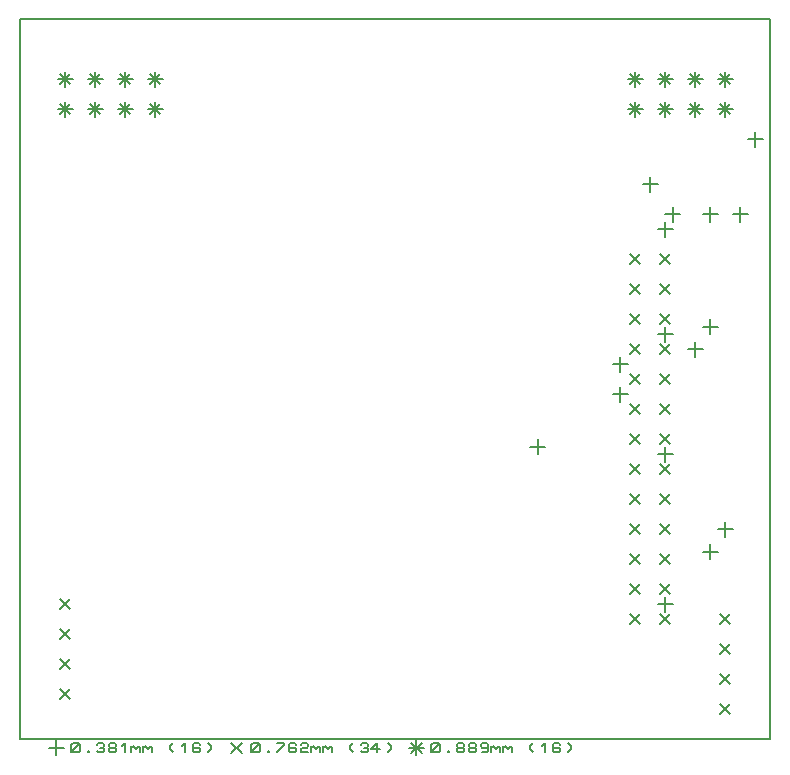
<source format=gbr>
G04 PROTEUS RS274X GERBER FILE*
%FSLAX45Y45*%
%MOMM*%
G01*
%ADD18C,0.203200*%
%ADD27C,0.127000*%
D18*
X+6223000Y-952500D02*
X+6223000Y-1079500D01*
X+6159500Y-1016000D02*
X+6286500Y-1016000D01*
X+5842000Y-1587500D02*
X+5842000Y-1714500D01*
X+5778500Y-1651000D02*
X+5905500Y-1651000D01*
X+5969000Y-4254500D02*
X+5969000Y-4381500D01*
X+5905500Y-4318000D02*
X+6032500Y-4318000D01*
X+5842000Y-2540000D02*
X+5842000Y-2667000D01*
X+5778500Y-2603500D02*
X+5905500Y-2603500D01*
X+5334000Y-1333500D02*
X+5334000Y-1460500D01*
X+5270500Y-1397000D02*
X+5397500Y-1397000D01*
X+5524500Y-1587500D02*
X+5524500Y-1714500D01*
X+5461000Y-1651000D02*
X+5588000Y-1651000D01*
X+5080000Y-2857500D02*
X+5080000Y-2984500D01*
X+5016500Y-2921000D02*
X+5143500Y-2921000D01*
X+5080000Y-3111500D02*
X+5080000Y-3238500D01*
X+5016500Y-3175000D02*
X+5143500Y-3175000D01*
X+5461000Y-3619500D02*
X+5461000Y-3746500D01*
X+5397500Y-3683000D02*
X+5524500Y-3683000D01*
X+5461000Y-1714500D02*
X+5461000Y-1841500D01*
X+5397500Y-1778000D02*
X+5524500Y-1778000D01*
X+5715000Y-2730500D02*
X+5715000Y-2857500D01*
X+5651500Y-2794000D02*
X+5778500Y-2794000D01*
X+5461000Y-4889500D02*
X+5461000Y-5016500D01*
X+5397500Y-4953000D02*
X+5524500Y-4953000D01*
X+6096000Y-1587500D02*
X+6096000Y-1714500D01*
X+6032500Y-1651000D02*
X+6159500Y-1651000D01*
X+5842000Y-4445000D02*
X+5842000Y-4572000D01*
X+5778500Y-4508500D02*
X+5905500Y-4508500D01*
X+4381500Y-3556000D02*
X+4381500Y-3683000D01*
X+4318000Y-3619500D02*
X+4445000Y-3619500D01*
X+5461000Y-2603500D02*
X+5461000Y-2730500D01*
X+5397500Y-2667000D02*
X+5524500Y-2667000D01*
X+381000Y-698500D02*
X+381000Y-825500D01*
X+317500Y-762000D02*
X+444500Y-762000D01*
X+336099Y-717099D02*
X+425901Y-806901D01*
X+336099Y-806901D02*
X+425901Y-717099D01*
X+381000Y-444500D02*
X+381000Y-571500D01*
X+317500Y-508000D02*
X+444500Y-508000D01*
X+336099Y-463099D02*
X+425901Y-552901D01*
X+336099Y-552901D02*
X+425901Y-463099D01*
X+635000Y-698500D02*
X+635000Y-825500D01*
X+571500Y-762000D02*
X+698500Y-762000D01*
X+590099Y-717099D02*
X+679901Y-806901D01*
X+590099Y-806901D02*
X+679901Y-717099D01*
X+635000Y-444500D02*
X+635000Y-571500D01*
X+571500Y-508000D02*
X+698500Y-508000D01*
X+590099Y-463099D02*
X+679901Y-552901D01*
X+590099Y-552901D02*
X+679901Y-463099D01*
X+889000Y-698500D02*
X+889000Y-825500D01*
X+825500Y-762000D02*
X+952500Y-762000D01*
X+844099Y-717099D02*
X+933901Y-806901D01*
X+844099Y-806901D02*
X+933901Y-717099D01*
X+889000Y-444500D02*
X+889000Y-571500D01*
X+825500Y-508000D02*
X+952500Y-508000D01*
X+844099Y-463099D02*
X+933901Y-552901D01*
X+844099Y-552901D02*
X+933901Y-463099D01*
X+1143000Y-698500D02*
X+1143000Y-825500D01*
X+1079500Y-762000D02*
X+1206500Y-762000D01*
X+1098099Y-717099D02*
X+1187901Y-806901D01*
X+1098099Y-806901D02*
X+1187901Y-717099D01*
X+1143000Y-444500D02*
X+1143000Y-571500D01*
X+1079500Y-508000D02*
X+1206500Y-508000D01*
X+1098099Y-463099D02*
X+1187901Y-552901D01*
X+1098099Y-552901D02*
X+1187901Y-463099D01*
X+5207000Y-698500D02*
X+5207000Y-825500D01*
X+5143500Y-762000D02*
X+5270500Y-762000D01*
X+5162099Y-717099D02*
X+5251901Y-806901D01*
X+5162099Y-806901D02*
X+5251901Y-717099D01*
X+5207000Y-444500D02*
X+5207000Y-571500D01*
X+5143500Y-508000D02*
X+5270500Y-508000D01*
X+5162099Y-463099D02*
X+5251901Y-552901D01*
X+5162099Y-552901D02*
X+5251901Y-463099D01*
X+5461000Y-698500D02*
X+5461000Y-825500D01*
X+5397500Y-762000D02*
X+5524500Y-762000D01*
X+5416099Y-717099D02*
X+5505901Y-806901D01*
X+5416099Y-806901D02*
X+5505901Y-717099D01*
X+5461000Y-444500D02*
X+5461000Y-571500D01*
X+5397500Y-508000D02*
X+5524500Y-508000D01*
X+5416099Y-463099D02*
X+5505901Y-552901D01*
X+5416099Y-552901D02*
X+5505901Y-463099D01*
X+5715000Y-698500D02*
X+5715000Y-825500D01*
X+5651500Y-762000D02*
X+5778500Y-762000D01*
X+5670099Y-717099D02*
X+5759901Y-806901D01*
X+5670099Y-806901D02*
X+5759901Y-717099D01*
X+5715000Y-444500D02*
X+5715000Y-571500D01*
X+5651500Y-508000D02*
X+5778500Y-508000D01*
X+5670099Y-463099D02*
X+5759901Y-552901D01*
X+5670099Y-552901D02*
X+5759901Y-463099D01*
X+5969000Y-698500D02*
X+5969000Y-825500D01*
X+5905500Y-762000D02*
X+6032500Y-762000D01*
X+5924099Y-717099D02*
X+6013901Y-806901D01*
X+5924099Y-806901D02*
X+6013901Y-717099D01*
X+5969000Y-444500D02*
X+5969000Y-571500D01*
X+5905500Y-508000D02*
X+6032500Y-508000D01*
X+5924099Y-463099D02*
X+6013901Y-552901D01*
X+5924099Y-552901D02*
X+6013901Y-463099D01*
X+5416099Y-1987099D02*
X+5505901Y-2076901D01*
X+5416099Y-2076901D02*
X+5505901Y-1987099D01*
X+5162099Y-1987099D02*
X+5251901Y-2076901D01*
X+5162099Y-2076901D02*
X+5251901Y-1987099D01*
X+5416099Y-2241099D02*
X+5505901Y-2330901D01*
X+5416099Y-2330901D02*
X+5505901Y-2241099D01*
X+5162099Y-2241099D02*
X+5251901Y-2330901D01*
X+5162099Y-2330901D02*
X+5251901Y-2241099D01*
X+5416099Y-2495099D02*
X+5505901Y-2584901D01*
X+5416099Y-2584901D02*
X+5505901Y-2495099D01*
X+5162099Y-2495099D02*
X+5251901Y-2584901D01*
X+5162099Y-2584901D02*
X+5251901Y-2495099D01*
X+5416099Y-2749099D02*
X+5505901Y-2838901D01*
X+5416099Y-2838901D02*
X+5505901Y-2749099D01*
X+5162099Y-2749099D02*
X+5251901Y-2838901D01*
X+5162099Y-2838901D02*
X+5251901Y-2749099D01*
X+5416099Y-3003099D02*
X+5505901Y-3092901D01*
X+5416099Y-3092901D02*
X+5505901Y-3003099D01*
X+5162099Y-3003099D02*
X+5251901Y-3092901D01*
X+5162099Y-3092901D02*
X+5251901Y-3003099D01*
X+5416099Y-3257099D02*
X+5505901Y-3346901D01*
X+5416099Y-3346901D02*
X+5505901Y-3257099D01*
X+5162099Y-3257099D02*
X+5251901Y-3346901D01*
X+5162099Y-3346901D02*
X+5251901Y-3257099D01*
X+5416099Y-3511099D02*
X+5505901Y-3600901D01*
X+5416099Y-3600901D02*
X+5505901Y-3511099D01*
X+5162099Y-3511099D02*
X+5251901Y-3600901D01*
X+5162099Y-3600901D02*
X+5251901Y-3511099D01*
X+5416099Y-3765099D02*
X+5505901Y-3854901D01*
X+5416099Y-3854901D02*
X+5505901Y-3765099D01*
X+5162099Y-3765099D02*
X+5251901Y-3854901D01*
X+5162099Y-3854901D02*
X+5251901Y-3765099D01*
X+5416099Y-4019099D02*
X+5505901Y-4108901D01*
X+5416099Y-4108901D02*
X+5505901Y-4019099D01*
X+5162099Y-4019099D02*
X+5251901Y-4108901D01*
X+5162099Y-4108901D02*
X+5251901Y-4019099D01*
X+5416099Y-4273099D02*
X+5505901Y-4362901D01*
X+5416099Y-4362901D02*
X+5505901Y-4273099D01*
X+5162099Y-4273099D02*
X+5251901Y-4362901D01*
X+5162099Y-4362901D02*
X+5251901Y-4273099D01*
X+5416099Y-4527099D02*
X+5505901Y-4616901D01*
X+5416099Y-4616901D02*
X+5505901Y-4527099D01*
X+5162099Y-4527099D02*
X+5251901Y-4616901D01*
X+5162099Y-4616901D02*
X+5251901Y-4527099D01*
X+5416099Y-4781099D02*
X+5505901Y-4870901D01*
X+5416099Y-4870901D02*
X+5505901Y-4781099D01*
X+5162099Y-4781099D02*
X+5251901Y-4870901D01*
X+5162099Y-4870901D02*
X+5251901Y-4781099D01*
X+5416099Y-5035099D02*
X+5505901Y-5124901D01*
X+5416099Y-5124901D02*
X+5505901Y-5035099D01*
X+5162099Y-5035099D02*
X+5251901Y-5124901D01*
X+5162099Y-5124901D02*
X+5251901Y-5035099D01*
X+5924099Y-5035099D02*
X+6013901Y-5124901D01*
X+5924099Y-5124901D02*
X+6013901Y-5035099D01*
X+5924099Y-5289099D02*
X+6013901Y-5378901D01*
X+5924099Y-5378901D02*
X+6013901Y-5289099D01*
X+5924099Y-5543099D02*
X+6013901Y-5632901D01*
X+5924099Y-5632901D02*
X+6013901Y-5543099D01*
X+5924099Y-5797099D02*
X+6013901Y-5886901D01*
X+5924099Y-5886901D02*
X+6013901Y-5797099D01*
X+336099Y-4908099D02*
X+425901Y-4997901D01*
X+336099Y-4997901D02*
X+425901Y-4908099D01*
X+336099Y-5162099D02*
X+425901Y-5251901D01*
X+336099Y-5251901D02*
X+425901Y-5162099D01*
X+336099Y-5416099D02*
X+425901Y-5505901D01*
X+336099Y-5505901D02*
X+425901Y-5416099D01*
X+336099Y-5670099D02*
X+425901Y-5759901D01*
X+336099Y-5759901D02*
X+425901Y-5670099D01*
X+0Y-6096000D02*
X+6350000Y-6096000D01*
X+6350000Y+0D01*
X+0Y+0D01*
X+0Y-6096000D01*
X+307340Y-6106160D02*
X+307340Y-6233160D01*
X+243840Y-6169660D02*
X+370840Y-6169660D01*
D27*
X+434340Y-6195060D02*
X+434340Y-6144260D01*
X+447040Y-6131560D01*
X+497840Y-6131560D01*
X+510540Y-6144260D01*
X+510540Y-6195060D01*
X+497840Y-6207760D01*
X+447040Y-6207760D01*
X+434340Y-6195060D01*
X+434340Y-6207760D02*
X+510540Y-6131560D01*
X+574040Y-6195060D02*
X+586740Y-6195060D01*
X+586740Y-6207760D01*
X+574040Y-6207760D01*
X+574040Y-6195060D01*
X+650240Y-6144260D02*
X+662940Y-6131560D01*
X+701040Y-6131560D01*
X+713740Y-6144260D01*
X+713740Y-6156960D01*
X+701040Y-6169660D01*
X+713740Y-6182360D01*
X+713740Y-6195060D01*
X+701040Y-6207760D01*
X+662940Y-6207760D01*
X+650240Y-6195060D01*
X+675640Y-6169660D02*
X+701040Y-6169660D01*
X+764540Y-6169660D02*
X+751840Y-6156960D01*
X+751840Y-6144260D01*
X+764540Y-6131560D01*
X+802640Y-6131560D01*
X+815340Y-6144260D01*
X+815340Y-6156960D01*
X+802640Y-6169660D01*
X+764540Y-6169660D01*
X+751840Y-6182360D01*
X+751840Y-6195060D01*
X+764540Y-6207760D01*
X+802640Y-6207760D01*
X+815340Y-6195060D01*
X+815340Y-6182360D01*
X+802640Y-6169660D01*
X+866140Y-6156960D02*
X+891540Y-6131560D01*
X+891540Y-6207760D01*
X+942340Y-6207760D02*
X+942340Y-6156960D01*
X+942340Y-6169660D02*
X+955040Y-6156960D01*
X+980440Y-6182360D01*
X+1005840Y-6156960D01*
X+1018540Y-6169660D01*
X+1018540Y-6207760D01*
X+1043940Y-6207760D02*
X+1043940Y-6156960D01*
X+1043940Y-6169660D02*
X+1056640Y-6156960D01*
X+1082040Y-6182360D01*
X+1107440Y-6156960D01*
X+1120140Y-6169660D01*
X+1120140Y-6207760D01*
X+1297940Y-6131560D02*
X+1272540Y-6156960D01*
X+1272540Y-6182360D01*
X+1297940Y-6207760D01*
X+1374140Y-6156960D02*
X+1399540Y-6131560D01*
X+1399540Y-6207760D01*
X+1526540Y-6144260D02*
X+1513840Y-6131560D01*
X+1475740Y-6131560D01*
X+1463040Y-6144260D01*
X+1463040Y-6195060D01*
X+1475740Y-6207760D01*
X+1513840Y-6207760D01*
X+1526540Y-6195060D01*
X+1526540Y-6182360D01*
X+1513840Y-6169660D01*
X+1463040Y-6169660D01*
X+1590040Y-6131560D02*
X+1615440Y-6156960D01*
X+1615440Y-6182360D01*
X+1590040Y-6207760D01*
D18*
X+1786439Y-6124759D02*
X+1876241Y-6214561D01*
X+1786439Y-6214561D02*
X+1876241Y-6124759D01*
D27*
X+1958340Y-6195060D02*
X+1958340Y-6144260D01*
X+1971040Y-6131560D01*
X+2021840Y-6131560D01*
X+2034540Y-6144260D01*
X+2034540Y-6195060D01*
X+2021840Y-6207760D01*
X+1971040Y-6207760D01*
X+1958340Y-6195060D01*
X+1958340Y-6207760D02*
X+2034540Y-6131560D01*
X+2098040Y-6195060D02*
X+2110740Y-6195060D01*
X+2110740Y-6207760D01*
X+2098040Y-6207760D01*
X+2098040Y-6195060D01*
X+2174240Y-6131560D02*
X+2237740Y-6131560D01*
X+2237740Y-6144260D01*
X+2174240Y-6207760D01*
X+2339340Y-6144260D02*
X+2326640Y-6131560D01*
X+2288540Y-6131560D01*
X+2275840Y-6144260D01*
X+2275840Y-6195060D01*
X+2288540Y-6207760D01*
X+2326640Y-6207760D01*
X+2339340Y-6195060D01*
X+2339340Y-6182360D01*
X+2326640Y-6169660D01*
X+2275840Y-6169660D01*
X+2377440Y-6144260D02*
X+2390140Y-6131560D01*
X+2428240Y-6131560D01*
X+2440940Y-6144260D01*
X+2440940Y-6156960D01*
X+2428240Y-6169660D01*
X+2390140Y-6169660D01*
X+2377440Y-6182360D01*
X+2377440Y-6207760D01*
X+2440940Y-6207760D01*
X+2466340Y-6207760D02*
X+2466340Y-6156960D01*
X+2466340Y-6169660D02*
X+2479040Y-6156960D01*
X+2504440Y-6182360D01*
X+2529840Y-6156960D01*
X+2542540Y-6169660D01*
X+2542540Y-6207760D01*
X+2567940Y-6207760D02*
X+2567940Y-6156960D01*
X+2567940Y-6169660D02*
X+2580640Y-6156960D01*
X+2606040Y-6182360D01*
X+2631440Y-6156960D01*
X+2644140Y-6169660D01*
X+2644140Y-6207760D01*
X+2821940Y-6131560D02*
X+2796540Y-6156960D01*
X+2796540Y-6182360D01*
X+2821940Y-6207760D01*
X+2885440Y-6144260D02*
X+2898140Y-6131560D01*
X+2936240Y-6131560D01*
X+2948940Y-6144260D01*
X+2948940Y-6156960D01*
X+2936240Y-6169660D01*
X+2948940Y-6182360D01*
X+2948940Y-6195060D01*
X+2936240Y-6207760D01*
X+2898140Y-6207760D01*
X+2885440Y-6195060D01*
X+2910840Y-6169660D02*
X+2936240Y-6169660D01*
X+3050540Y-6182360D02*
X+2974340Y-6182360D01*
X+3025140Y-6131560D01*
X+3025140Y-6207760D01*
X+3114040Y-6131560D02*
X+3139440Y-6156960D01*
X+3139440Y-6182360D01*
X+3114040Y-6207760D01*
D18*
X+3355340Y-6106160D02*
X+3355340Y-6233160D01*
X+3291840Y-6169660D02*
X+3418840Y-6169660D01*
X+3310439Y-6124759D02*
X+3400241Y-6214561D01*
X+3310439Y-6214561D02*
X+3400241Y-6124759D01*
D27*
X+3482340Y-6195060D02*
X+3482340Y-6144260D01*
X+3495040Y-6131560D01*
X+3545840Y-6131560D01*
X+3558540Y-6144260D01*
X+3558540Y-6195060D01*
X+3545840Y-6207760D01*
X+3495040Y-6207760D01*
X+3482340Y-6195060D01*
X+3482340Y-6207760D02*
X+3558540Y-6131560D01*
X+3622040Y-6195060D02*
X+3634740Y-6195060D01*
X+3634740Y-6207760D01*
X+3622040Y-6207760D01*
X+3622040Y-6195060D01*
X+3710940Y-6169660D02*
X+3698240Y-6156960D01*
X+3698240Y-6144260D01*
X+3710940Y-6131560D01*
X+3749040Y-6131560D01*
X+3761740Y-6144260D01*
X+3761740Y-6156960D01*
X+3749040Y-6169660D01*
X+3710940Y-6169660D01*
X+3698240Y-6182360D01*
X+3698240Y-6195060D01*
X+3710940Y-6207760D01*
X+3749040Y-6207760D01*
X+3761740Y-6195060D01*
X+3761740Y-6182360D01*
X+3749040Y-6169660D01*
X+3812540Y-6169660D02*
X+3799840Y-6156960D01*
X+3799840Y-6144260D01*
X+3812540Y-6131560D01*
X+3850640Y-6131560D01*
X+3863340Y-6144260D01*
X+3863340Y-6156960D01*
X+3850640Y-6169660D01*
X+3812540Y-6169660D01*
X+3799840Y-6182360D01*
X+3799840Y-6195060D01*
X+3812540Y-6207760D01*
X+3850640Y-6207760D01*
X+3863340Y-6195060D01*
X+3863340Y-6182360D01*
X+3850640Y-6169660D01*
X+3964940Y-6156960D02*
X+3952240Y-6169660D01*
X+3914140Y-6169660D01*
X+3901440Y-6156960D01*
X+3901440Y-6144260D01*
X+3914140Y-6131560D01*
X+3952240Y-6131560D01*
X+3964940Y-6144260D01*
X+3964940Y-6195060D01*
X+3952240Y-6207760D01*
X+3914140Y-6207760D01*
X+3990340Y-6207760D02*
X+3990340Y-6156960D01*
X+3990340Y-6169660D02*
X+4003040Y-6156960D01*
X+4028440Y-6182360D01*
X+4053840Y-6156960D01*
X+4066540Y-6169660D01*
X+4066540Y-6207760D01*
X+4091940Y-6207760D02*
X+4091940Y-6156960D01*
X+4091940Y-6169660D02*
X+4104640Y-6156960D01*
X+4130040Y-6182360D01*
X+4155440Y-6156960D01*
X+4168140Y-6169660D01*
X+4168140Y-6207760D01*
X+4345940Y-6131560D02*
X+4320540Y-6156960D01*
X+4320540Y-6182360D01*
X+4345940Y-6207760D01*
X+4422140Y-6156960D02*
X+4447540Y-6131560D01*
X+4447540Y-6207760D01*
X+4574540Y-6144260D02*
X+4561840Y-6131560D01*
X+4523740Y-6131560D01*
X+4511040Y-6144260D01*
X+4511040Y-6195060D01*
X+4523740Y-6207760D01*
X+4561840Y-6207760D01*
X+4574540Y-6195060D01*
X+4574540Y-6182360D01*
X+4561840Y-6169660D01*
X+4511040Y-6169660D01*
X+4638040Y-6131560D02*
X+4663440Y-6156960D01*
X+4663440Y-6182360D01*
X+4638040Y-6207760D01*
M02*

</source>
